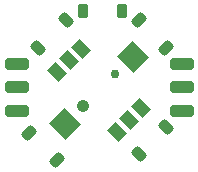
<source format=gts>
G04 #@! TF.GenerationSoftware,KiCad,Pcbnew,8.0.2*
G04 #@! TF.CreationDate,2024-10-03T22:03:37+02:00*
G04 #@! TF.ProjectId,skrhade_single_pcb,736b7268-6164-4655-9f73-696e676c655f,rev?*
G04 #@! TF.SameCoordinates,Original*
G04 #@! TF.FileFunction,Soldermask,Top*
G04 #@! TF.FilePolarity,Negative*
%FSLAX46Y46*%
G04 Gerber Fmt 4.6, Leading zero omitted, Abs format (unit mm)*
G04 Created by KiCad (PCBNEW 8.0.2) date 2024-10-03 22:03:37*
%MOMM*%
%LPD*%
G01*
G04 APERTURE LIST*
G04 Aperture macros list*
%AMRoundRect*
0 Rectangle with rounded corners*
0 $1 Rounding radius*
0 $2 $3 $4 $5 $6 $7 $8 $9 X,Y pos of 4 corners*
0 Add a 4 corners polygon primitive as box body*
4,1,4,$2,$3,$4,$5,$6,$7,$8,$9,$2,$3,0*
0 Add four circle primitives for the rounded corners*
1,1,$1+$1,$2,$3*
1,1,$1+$1,$4,$5*
1,1,$1+$1,$6,$7*
1,1,$1+$1,$8,$9*
0 Add four rect primitives between the rounded corners*
20,1,$1+$1,$2,$3,$4,$5,0*
20,1,$1+$1,$4,$5,$6,$7,0*
20,1,$1+$1,$6,$7,$8,$9,0*
20,1,$1+$1,$8,$9,$2,$3,0*%
%AMRotRect*
0 Rectangle, with rotation*
0 The origin of the aperture is its center*
0 $1 length*
0 $2 width*
0 $3 Rotation angle, in degrees counterclockwise*
0 Add horizontal line*
21,1,$1,$2,0,0,$3*%
G04 Aperture macros list end*
%ADD10RoundRect,0.250000X-0.750000X0.250000X-0.750000X-0.250000X0.750000X-0.250000X0.750000X0.250000X0*%
%ADD11RoundRect,0.225000X-0.424264X-0.106066X-0.106066X-0.424264X0.424264X0.106066X0.106066X0.424264X0*%
%ADD12RoundRect,0.225000X0.106066X-0.424264X0.424264X-0.106066X-0.106066X0.424264X-0.424264X0.106066X0*%
%ADD13RoundRect,0.225000X-0.225000X-0.375000X0.225000X-0.375000X0.225000X0.375000X-0.225000X0.375000X0*%
%ADD14C,0.750000*%
%ADD15C,1.050000*%
%ADD16RotRect,1.000000X1.350000X45.000000*%
%ADD17RotRect,1.800000X2.000000X45.000000*%
%ADD18RoundRect,0.225000X-0.106066X0.424264X-0.424264X0.106066X0.106066X-0.424264X0.424264X-0.106066X0*%
%ADD19RoundRect,0.225000X0.424264X0.106066X0.106066X0.424264X-0.424264X-0.106066X-0.106066X-0.424264X0*%
G04 APERTURE END LIST*
D10*
X98750000Y-108000000D03*
D11*
X85833274Y-111833274D03*
X88166726Y-114166726D03*
D12*
X86583274Y-104666726D03*
X88916726Y-102333274D03*
D10*
X98750000Y-110000000D03*
D13*
X90350000Y-101500000D03*
X93650000Y-101500000D03*
D14*
X93093503Y-106906497D03*
D15*
X90406497Y-109593503D03*
D16*
X90229720Y-104714466D03*
X89222093Y-105722093D03*
X88214466Y-106729720D03*
X95285534Y-109770280D03*
X94277907Y-110777907D03*
X93270280Y-111785534D03*
D17*
X94613782Y-105386218D03*
X88886218Y-111113782D03*
D10*
X84750000Y-108000000D03*
D18*
X97416726Y-111333274D03*
X95083274Y-113666726D03*
D10*
X84750000Y-110000000D03*
D19*
X97416726Y-104666726D03*
X95083274Y-102333274D03*
D10*
X98750000Y-106000000D03*
X84750000Y-106000000D03*
M02*

</source>
